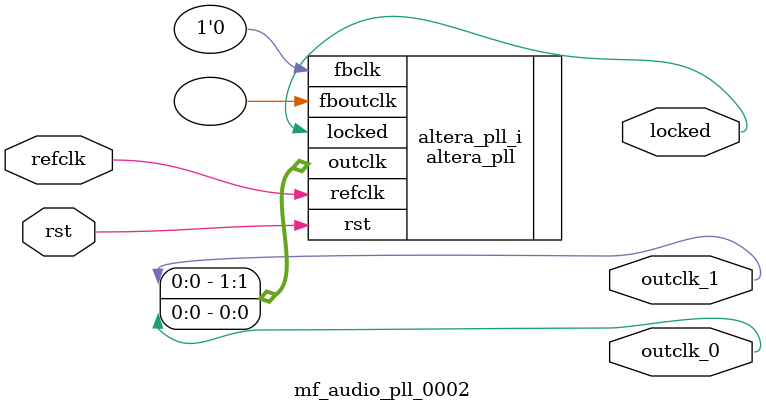
<source format=v>
`timescale 1ns/10ps
module  mf_audio_pll_0002(

	// interface 'refclk'
	input wire refclk,

	// interface 'reset'
	input wire rst,

	// interface 'outclk0'
	output wire outclk_0,

	// interface 'outclk1'
	output wire outclk_1,

	// interface 'locked'
	output wire locked
);

	altera_pll #(
		.fractional_vco_multiplier("true"),
		.reference_clock_frequency("74.25 MHz"),
		.operation_mode("direct"),
		.number_of_clocks(2),
		.output_clock_frequency0("12.288000 MHz"),
		.phase_shift0("0 ps"),
		.duty_cycle0(50),
		.output_clock_frequency1("3.072000 MHz"),
		.phase_shift1("0 ps"),
		.duty_cycle1(50),
		.output_clock_frequency2("0 MHz"),
		.phase_shift2("0 ps"),
		.duty_cycle2(50),
		.output_clock_frequency3("0 MHz"),
		.phase_shift3("0 ps"),
		.duty_cycle3(50),
		.output_clock_frequency4("0 MHz"),
		.phase_shift4("0 ps"),
		.duty_cycle4(50),
		.output_clock_frequency5("0 MHz"),
		.phase_shift5("0 ps"),
		.duty_cycle5(50),
		.output_clock_frequency6("0 MHz"),
		.phase_shift6("0 ps"),
		.duty_cycle6(50),
		.output_clock_frequency7("0 MHz"),
		.phase_shift7("0 ps"),
		.duty_cycle7(50),
		.output_clock_frequency8("0 MHz"),
		.phase_shift8("0 ps"),
		.duty_cycle8(50),
		.output_clock_frequency9("0 MHz"),
		.phase_shift9("0 ps"),
		.duty_cycle9(50),
		.output_clock_frequency10("0 MHz"),
		.phase_shift10("0 ps"),
		.duty_cycle10(50),
		.output_clock_frequency11("0 MHz"),
		.phase_shift11("0 ps"),
		.duty_cycle11(50),
		.output_clock_frequency12("0 MHz"),
		.phase_shift12("0 ps"),
		.duty_cycle12(50),
		.output_clock_frequency13("0 MHz"),
		.phase_shift13("0 ps"),
		.duty_cycle13(50),
		.output_clock_frequency14("0 MHz"),
		.phase_shift14("0 ps"),
		.duty_cycle14(50),
		.output_clock_frequency15("0 MHz"),
		.phase_shift15("0 ps"),
		.duty_cycle15(50),
		.output_clock_frequency16("0 MHz"),
		.phase_shift16("0 ps"),
		.duty_cycle16(50),
		.output_clock_frequency17("0 MHz"),
		.phase_shift17("0 ps"),
		.duty_cycle17(50),
		.pll_type("General"),
		.pll_subtype("General")
	) altera_pll_i (
		.rst	(rst),
		.outclk	({outclk_1, outclk_0}),
		.locked	(locked),
		.fboutclk	( ),
		.fbclk	(1'b0),
		.refclk	(refclk)
	);
endmodule


</source>
